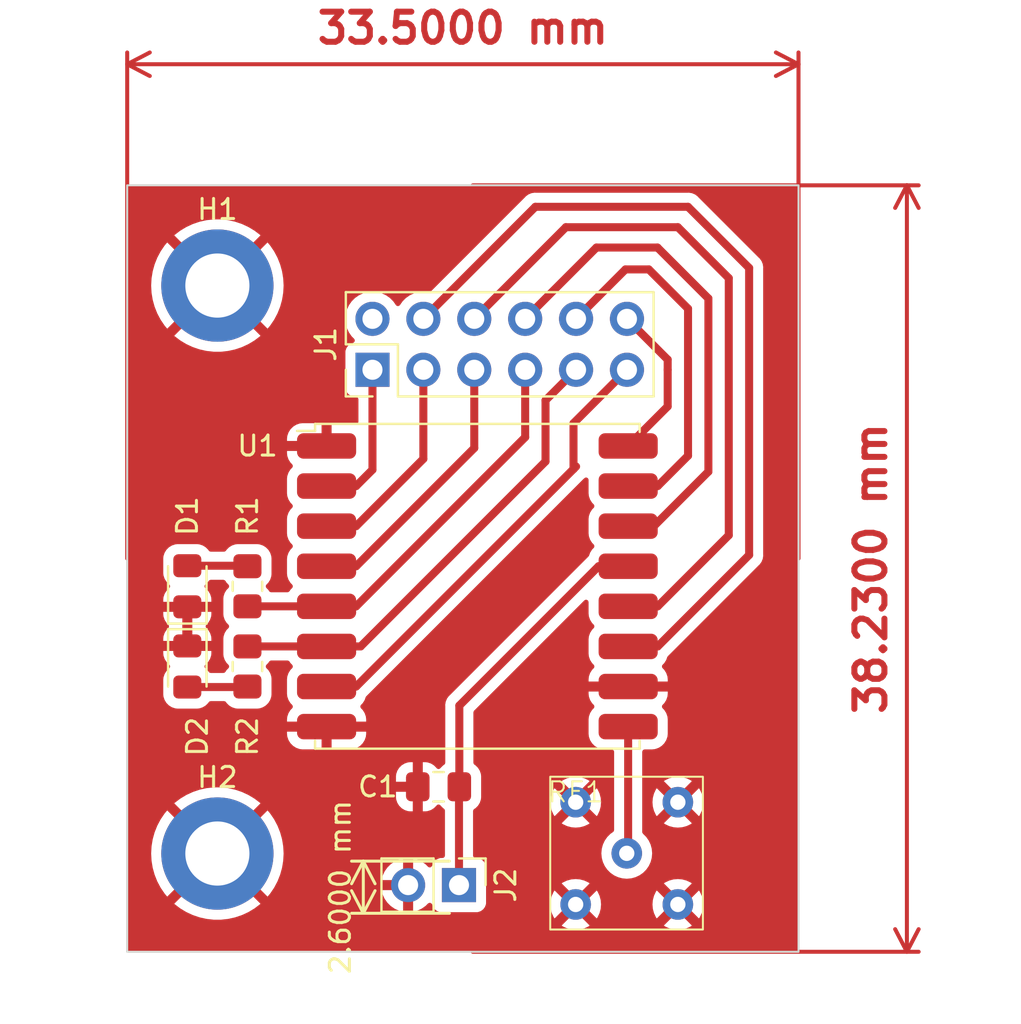
<source format=kicad_pcb>
(kicad_pcb (version 20221018) (generator pcbnew)
  (layers (0 "F.Cu" signal) (31 "B.Cu" signal) (34 "B.Paste" user) (35 "F.Paste" user) (36 "B.SilkS" user "B.Silkscreen") (37 "F.SilkS" user "F.Silkscreen") (38 "B.Mask" user) (39 "F.Mask" user) (44 "Edge.Cuts" user))
  (net 0 "")
  (net 1 "GND")
  (net 2 "+3V3")
  (net 3 "Net-(D1-A)")
  (net 4 "Net-(D2-A)")
  (net 5 "/LORA_MISO")
  (net 6 "/LORA_MOSI")
  (net 7 "/LORA_SCK")
  (net 8 "/LORA_CS")
  (net 9 "/LORA_RESET")
  (net 10 "/LORA_DIO0")
  (net 11 "/LORA_DIO5")
  (net 12 "/LORA_DIO4")
  (net 13 "/LORA_DIO3")
  (net 14 "/LORA_DIO2")
  (net 15 "/LORA_DIO1")
  (net 16 "Net-(U1-ANT)")
  (footprint "Adafruit_Sensors:LoRa-Antenn-Conn" (layer "F.Cu") (at 152.379934 97.769934)
    (fp_text reference "RF1" (at 0 -0.5 unlocked) (layer "F.SilkS") (effects (font (thickness 0.1))))
    (fp_text value "5-1814832-2")
    (fp_rect (start -1.27 -1.27) (end 6.35 6.35) (stroke (width 0.1)) (fill none) (layer "F.SilkS"))
    (pad "1" thru_hole circle (at 0 5.100066) (size 1.524 1.524) (drill 0.762) (layers "*.Cu" "*.Mask") (net 1 "GND"))
    (pad "2" thru_hole circle (at 0 0) (size 1.524 1.524) (drill 0.762) (layers "*.Cu" "*.Mask") (net 1 "GND"))
    (pad "3" thru_hole circle (at 5.100066 0) (size 1.524 1.524) (drill 0.762) (layers "*.Cu" "*.Mask") (net 1 "GND"))
    (pad "4" thru_hole circle (at 5.100066 5.100066) (size 1.524 1.524) (drill 0.762) (layers "*.Cu" "*.Mask") (net 1 "GND"))
    (pad "5" thru_hole circle (at 2.549906 2.549906) (size 1.524 1.524) (drill 0.762) (layers "*.Cu" "*.Mask") (net 16 "Net-(U1-ANT)"))
  )
  (footprint "Capacitor_SMD:C_0805_2012Metric_Pad1.18x1.45mm_HandSolder" (layer "F.Cu") (at 145.5375 97)
    (fp_text reference "C1" (at -3.0375 0) (layer "F.SilkS"))
    (fp_text value "10uF")
    (fp_line (start -0.261252 -0.735) (end 0.261252 -0.735) (stroke (width 0.12)) (layer "F.SilkS"))
    (fp_line (start -0.261252 0.735) (end 0.261252 0.735) (stroke (width 0.12)) (layer "F.SilkS"))
    (pad "1" smd roundrect (at -1.0375 0) (size 1.175 1.45) (layers "F.Cu" "F.Paste" "F.Mask") (roundrect_rratio 0.212766) (net 1 "GND"))
    (pad "2" smd roundrect (at 1.0375 0) (size 1.175 1.45) (layers "F.Cu" "F.Paste" "F.Mask") (roundrect_rratio 0.212766) (net 2 "+3V3"))
  )
  (footprint "Resistor_SMD:R_0805_2012Metric_Pad1.20x1.40mm_HandSolder" (layer "F.Cu") (at 136 91 90)
    (fp_text reference "R2" (at -3.5 0 90) (layer "F.SilkS"))
    (fp_text value "10kΩ 0402 50V")
    (fp_line (start -0.227064 -0.735) (end 0.227064 -0.735) (stroke (width 0.12)) (layer "F.SilkS"))
    (fp_line (start -0.227064 0.735) (end 0.227064 0.735) (stroke (width 0.12)) (layer "F.SilkS"))
    (pad "1" smd roundrect (at -1 0 90) (size 1.2 1.4) (layers "F.Cu" "F.Paste" "F.Mask") (roundrect_rratio 0.208333) (net 4 "Net-(D2-A)"))
    (pad "2" smd roundrect (at 1 0 90) (size 1.2 1.4) (layers "F.Cu" "F.Paste" "F.Mask") (roundrect_rratio 0.208333) (net 9 "/LORA_RESET"))
  )
  (footprint "MountingHole:MountingHole_3.2mm_M3_DIN965_Pad" (layer "F.Cu") (at 134.5 72)
    (fp_text reference "H1" (at 0 -3.8) (layer "F.SilkS"))
    (fp_text value "MountingHole_Pad")
    (pad "1" thru_hole circle (at 0 0) (size 5.6 5.6) (drill 3.2) (layers "*.Cu" "*.Mask") (net 1 "GND"))
  )
  (footprint "LED_SMD:LED_0805_2012Metric_Pad1.15x1.40mm_HandSolder" (layer "F.Cu") (at 133 91 -90)
    (fp_text reference "D2" (at 3.5 -0.5 90) (layer "F.SilkS"))
    (fp_text value "LED")
    (fp_line (start -1.86 -0.96) (end -1.86 0.96) (stroke (width 0.12)) (layer "F.SilkS"))
    (fp_line (start -1.86 0.96) (end 1 0.96) (stroke (width 0.12)) (layer "F.SilkS"))
    (fp_line (start 1 -0.96) (end -1.86 -0.96) (stroke (width 0.12)) (layer "F.SilkS"))
    (pad "1" smd roundrect (at -1.025 0 270) (size 1.15 1.4) (layers "F.Cu" "F.Paste" "F.Mask") (roundrect_rratio 0.217391) (net 1 "GND"))
    (pad "2" smd roundrect (at 1.025 0 270) (size 1.15 1.4) (layers "F.Cu" "F.Paste" "F.Mask") (roundrect_rratio 0.217391) (net 4 "Net-(D2-A)"))
  )
  (footprint "Connector_PinHeader_2.54mm:PinHeader_2x06_P2.54mm_Vertical" (layer "F.Cu") (at 142.24 76.2 90)
    (fp_text reference "J1" (at 1.27 -2.33 90) (layer "F.SilkS"))
    (fp_text value "Conn_02x06_Counter_Clockwise")
    (fp_line (start -1.33 -1.33) (end 0 -1.33) (stroke (width 0.12)) (layer "F.SilkS"))
    (fp_line (start -1.33 0) (end -1.33 -1.33) (stroke (width 0.12)) (layer "F.SilkS"))
    (fp_line (start -1.33 1.27) (end -1.33 14.03) (stroke (width 0.12)) (layer "F.SilkS"))
    (fp_line (start -1.33 1.27) (end 1.27 1.27) (stroke (width 0.12)) (layer "F.SilkS"))
    (fp_line (start -1.33 14.03) (end 3.87 14.03) (stroke (width 0.12)) (layer "F.SilkS"))
    (fp_line (start 1.27 -1.33) (end 3.87 -1.33) (stroke (width 0.12)) (layer "F.SilkS"))
    (fp_line (start 1.27 1.27) (end 1.27 -1.33) (stroke (width 0.12)) (layer "F.SilkS"))
    (fp_line (start 3.87 -1.33) (end 3.87 14.03) (stroke (width 0.12)) (layer "F.SilkS"))
    (pad "1" thru_hole rect (at 0 0 90) (size 1.7 1.7) (drill 1) (layers "*.Cu" "*.Mask") (net 5 "/LORA_MISO"))
    (pad "2" thru_hole oval (at 2.54 0 90) (size 1.7 1.7) (drill 1) (layers "*.Cu" "*.Mask"))
    (pad "3" thru_hole oval (at 0 2.54 90) (size 1.7 1.7) (drill 1) (layers "*.Cu" "*.Mask") (net 6 "/LORA_MOSI"))
    (pad "4" thru_hole oval (at 2.54 2.54 90) (size 1.7 1.7) (drill 1) (layers "*.Cu" "*.Mask") (net 13 "/LORA_DIO3"))
    (pad "5" thru_hole oval (at 0 5.08 90) (size 1.7 1.7) (drill 1) (layers "*.Cu" "*.Mask") (net 7 "/LORA_SCK"))
    (pad "6" thru_hole oval (at 2.54 5.08 90) (size 1.7 1.7) (drill 1) (layers "*.Cu" "*.Mask") (net 12 "/LORA_DIO4"))
    (pad "7" thru_hole oval (at 0 7.62 90) (size 1.7 1.7) (drill 1) (layers "*.Cu" "*.Mask") (net 8 "/LORA_CS"))
    (pad "8" thru_hole oval (at 2.54 7.62 90) (size 1.7 1.7) (drill 1) (layers "*.Cu" "*.Mask") (net 10 "/LORA_DIO0"))
    (pad "9" thru_hole oval (at 0 10.16 90) (size 1.7 1.7) (drill 1) (layers "*.Cu" "*.Mask") (net 9 "/LORA_RESET"))
    (pad "10" thru_hole oval (at 2.54 10.16 90) (size 1.7 1.7) (drill 1) (layers "*.Cu" "*.Mask") (net 15 "/LORA_DIO1"))
    (pad "11" thru_hole oval (at 0 12.7 90) (size 1.7 1.7) (drill 1) (layers "*.Cu" "*.Mask") (net 11 "/LORA_DIO5"))
    (pad "12" thru_hole oval (at 2.54 12.7 90) (size 1.7 1.7) (drill 1) (layers "*.Cu" "*.Mask") (net 14 "/LORA_DIO2"))
  )
  (footprint "LED_SMD:LED_0805_2012Metric_Pad1.15x1.40mm_HandSolder" (layer "F.Cu") (at 133 87 90)
    (fp_text reference "D1" (at 3.5 0 90) (layer "F.SilkS"))
    (fp_text value "LED")
    (fp_line (start -1.86 -0.96) (end -1.86 0.96) (stroke (width 0.12)) (layer "F.SilkS"))
    (fp_line (start -1.86 0.96) (end 1 0.96) (stroke (width 0.12)) (layer "F.SilkS"))
    (fp_line (start 1 -0.96) (end -1.86 -0.96) (stroke (width 0.12)) (layer "F.SilkS"))
    (pad "1" smd roundrect (at -1.025 0 90) (size 1.15 1.4) (layers "F.Cu" "F.Paste" "F.Mask") (roundrect_rratio 0.217391) (net 1 "GND"))
    (pad "2" smd roundrect (at 1.025 0 90) (size 1.15 1.4) (layers "F.Cu" "F.Paste" "F.Mask") (roundrect_rratio 0.217391) (net 3 "Net-(D1-A)"))
  )
  (footprint "Connector_PinHeader_2.54mm:PinHeader_1x02_P2.54mm_Vertical" (layer "F.Cu") (at 146.558 101.9048 -90)
    (fp_text reference "J2" (at 0 -2.33 90) (layer "F.SilkS"))
    (fp_text value "Conn_01x02_Pin")
    (fp_line (start -1.33 -1.33) (end 0 -1.33) (stroke (width 0.12)) (layer "F.SilkS"))
    (fp_line (start -1.33 0) (end -1.33 -1.33) (stroke (width 0.12)) (layer "F.SilkS"))
    (fp_line (start -1.33 1.27) (end -1.33 3.87) (stroke (width 0.12)) (layer "F.SilkS"))
    (fp_line (start -1.33 1.27) (end 1.33 1.27) (stroke (width 0.12)) (layer "F.SilkS"))
    (fp_line (start -1.33 3.87) (end 1.33 3.87) (stroke (width 0.12)) (layer "F.SilkS"))
    (fp_line (start 1.33 1.27) (end 1.33 3.87) (stroke (width 0.12)) (layer "F.SilkS"))
    (pad "1" thru_hole rect (at 0 0 270) (size 1.7 1.7) (drill 1) (layers "*.Cu" "*.Mask") (net 2 "+3V3"))
    (pad "2" thru_hole oval (at 0 2.54 270) (size 1.7 1.7) (drill 1) (layers "*.Cu" "*.Mask") (net 1 "GND"))
  )
  (footprint "RF_Module:HOPERF_RFM9XW_SMD" (layer "F.Cu") (at 147.475 87)
    (fp_text reference "U1" (at -10.975 -7) (layer "F.SilkS"))
    (fp_text value "RFM95W-868S2")
    (fp_line (start -8.1 -8.1) (end -8.1 -7.75) (stroke (width 0.12)) (layer "F.SilkS"))
    (fp_line (start -8.1 -8.1) (end 8.1 -8.1) (stroke (width 0.12)) (layer "F.SilkS"))
    (fp_line (start -8.1 -7.75) (end -9 -7.75) (stroke (width 0.12)) (layer "F.SilkS"))
    (fp_line (start -8.1 7.7) (end -8.1 8.1) (stroke (width 0.12)) (layer "F.SilkS"))
    (fp_line (start -8.1 8.1) (end 8.1 8.1) (stroke (width 0.12)) (layer "F.SilkS"))
    (fp_line (start 8.1 -8.1) (end 8.1 -7.7) (stroke (width 0.12)) (layer "F.SilkS"))
    (fp_line (start 8.1 8.1) (end 8.1 7.7) (stroke (width 0.12)) (layer "F.SilkS"))
    (pad "1" smd roundrect (at -7.525 -7) (size 2.95 1.27) (layers "F.Cu" "F.Paste" "F.Mask") (net 1 "GND"))
    (pad "2" smd roundrect (at -7.525 -5) (size 2.95 1.27) (layers "F.Cu" "F.Paste" "F.Mask") (net 5 "/LORA_MISO"))
    (pad "3" smd roundrect (at -7.525 -3) (size 2.95 1.27) (layers "F.Cu" "F.Paste" "F.Mask") (net 6 "/LORA_MOSI"))
    (pad "4" smd roundrect (at -7.525 -1) (size 2.95 1.27) (layers "F.Cu" "F.Paste" "F.Mask") (net 7 "/LORA_SCK"))
    (pad "5" smd roundrect (at -7.525 1) (size 2.95 1.27) (layers "F.Cu" "F.Paste" "F.Mask") (net 8 "/LORA_CS"))
    (pad "6" smd roundrect (at -7.525 3) (size 2.95 1.27) (layers "F.Cu" "F.Paste" "F.Mask") (net 9 "/LORA_RESET"))
    (pad "7" smd roundrect (at -7.525 5) (size 2.95 1.27) (layers "F.Cu" "F.Paste" "F.Mask") (net 11 "/LORA_DIO5"))
    (pad "8" smd roundrect (at -7.525 7) (size 2.95 1.27) (layers "F.Cu" "F.Paste" "F.Mask") (net 1 "GND"))
    (pad "9" smd roundrect (at 7.525 7) (size 2.95 1.27) (layers "F.Cu" "F.Paste" "F.Mask") (net 16 "Net-(U1-ANT)"))
    (pad "10" smd roundrect (at 7.525 5) (size 2.95 1.27) (layers "F.Cu" "F.Paste" "F.Mask") (net 1 "GND"))
    (pad "11" smd roundrect (at 7.525 3) (size 2.95 1.27) (layers "F.Cu" "F.Paste" "F.Mask") (net 13 "/LORA_DIO3"))
    (pad "12" smd roundrect (at 7.525 1) (size 2.95 1.27) (layers "F.Cu" "F.Paste" "F.Mask") (net 12 "/LORA_DIO4"))
    (pad "13" smd roundrect (at 7.525 -1) (size 2.95 1.27) (layers "F.Cu" "F.Paste" "F.Mask") (net 2 "+3V3"))
    (pad "14" smd roundrect (at 7.525 -3) (size 2.95 1.27) (layers "F.Cu" "F.Paste" "F.Mask") (net 10 "/LORA_DIO0"))
    (pad "15" smd roundrect (at 7.525 -5) (size 2.95 1.27) (layers "F.Cu" "F.Paste" "F.Mask") (net 15 "/LORA_DIO1"))
    (pad "16" smd roundrect (at 7.525 -7) (size 2.95 1.27) (layers "F.Cu" "F.Paste" "F.Mask") (net 14 "/LORA_DIO2"))
  )
  (footprint "MountingHole:MountingHole_3.2mm_M3_DIN965_Pad" (layer "F.Cu") (at 134.5 100.33)
    (fp_text reference "H2" (at 0 -3.8) (layer "F.SilkS"))
    (fp_text value "MountingHole_Pad")
    (pad "1" thru_hole circle (at 0 0) (size 5.6 5.6) (drill 3.2) (layers "*.Cu" "*.Mask") (net 1 "GND"))
  )
  (footprint "Resistor_SMD:R_0805_2012Metric_Pad1.20x1.40mm_HandSolder" (layer "F.Cu") (at 136 87 -90)
    (fp_text reference "R1" (at -3.5 0 90) (layer "F.SilkS"))
    (fp_text value "10kΩ 0402 50V")
    (fp_line (start -0.227064 -0.735) (end 0.227064 -0.735) (stroke (width 0.12)) (layer "F.SilkS"))
    (fp_line (start -0.227064 0.735) (end 0.227064 0.735) (stroke (width 0.12)) (layer "F.SilkS"))
    (pad "1" smd roundrect (at -1 0 270) (size 1.2 1.4) (layers "F.Cu" "F.Paste" "F.Mask") (roundrect_rratio 0.208333) (net 3 "Net-(D1-A)"))
    (pad "2" smd roundrect (at 1 0 270) (size 1.2 1.4) (layers "F.Cu" "F.Paste" "F.Mask") (roundrect_rratio 0.208333) (net 8 "/LORA_CS"))
  )
  (gr_rect (start 130 67) (end 163.5 105.23) (stroke (width 0.1)) (fill none) (layer "Edge.Cuts"))
  (dimension (type aligned) (layer "F.Cu") (pts (xy 163.5 86.115) (xy 130 86.115)) (height 25.155) (gr_text "33.5000 mm" (at 146.75 59.16) (layer "F.Cu") (effects (font (size 1.5 1.5) (thickness 0.3)))) (format (prefix "") (suffix "") (units 3) (units_format 1) (precision 4)) (style (thickness 0.2) (arrow_length 1.27) (text_position_mode 0) (extension_height 0.58642) (extension_offset 0.5) keep_text_aligned))
  (dimension (type aligned) (layer "F.Cu") (pts (xy 146.75 67) (xy 146.75 105.23)) (height -22.16) (gr_text "38.2300 mm" (at 167.11 86.115 90) (layer "F.Cu") (effects (font (size 1.5 1.5) (thickness 0.3)))) (format (prefix "") (suffix "") (units 3) (units_format 1) (precision 4)) (style (thickness 0.2) (arrow_length 1.27) (text_position_mode 0) (extension_height 0.58642) (extension_offset 0.5) keep_text_aligned))
  (dimension (type aligned) (layer "F.SilkS") (pts (xy 146.5775 103.31) (xy 146.5775 100.71)) (height -4.7947) (gr_text "2.6000 mm" (at 140.6328 102.01 90) (layer "F.SilkS") (effects (font (size 1 1) (thickness 0.15)))) (format (prefix "") (suffix "") (units 3) (units_format 1) (precision 4)) (style (thickness 0.15) (arrow_length 1.27) (text_position_mode 0) (extension_height 0.58642) (extension_offset 0.5) keep_text_aligned))
  (segment (start 153.525 86) (end 155 86) (width 0.4) (layer "F.Cu") (net 2))
  (segment (start 146.558 101.9048) (end 146.558 97.017) (width 0.4) (layer "F.Cu") (net 2))
  (segment (start 146.558 97.017) (end 146.575 97) (width 0.4) (layer "F.Cu") (net 2))
  (segment (start 146.575 97) (end 146.575 92.95) (width 0.4) (layer "F.Cu") (net 2))
  (segment (start 146.575 92.95) (end 153.525 86) (width 0.4) (layer "F.Cu") (net 2))
  (segment (start 133 85.975) (end 135.975 85.975) (width 0.4) (layer "F.Cu") (net 3))
  (segment (start 135.975 85.975) (end 136 86) (width 0.4) (layer "F.Cu") (net 3))
  (segment (start 133 92.025) (end 135.975 92.025) (width 0.4) (layer "F.Cu") (net 4))
  (segment (start 135.975 92.025) (end 136 92) (width 0.4) (layer "F.Cu") (net 4))
  (segment (start 141.425 82) (end 142.24 81.185) (width 0.4) (layer "F.Cu") (net 5))
  (segment (start 142.24 81.185) (end 142.24 76.2) (width 0.4) (layer "F.Cu") (net 5))
  (segment (start 139.95 82) (end 141.425 82) (width 0.4) (layer "F.Cu") (net 5))
  (segment (start 144.78 80.645) (end 144.78 76.2) (width 0.4) (layer "F.Cu") (net 6))
  (segment (start 139.95 84) (end 141.425 84) (width 0.4) (layer "F.Cu") (net 6))
  (segment (start 141.425 84) (end 144.78 80.645) (width 0.4) (layer "F.Cu") (net 6))
  (segment (start 141.425 86) (end 147.32 80.105) (width 0.4) (layer "F.Cu") (net 7))
  (segment (start 139.95 86) (end 141.425 86) (width 0.4) (layer "F.Cu") (net 7))
  (segment (start 147.32 80.105) (end 147.32 76.2) (width 0.4) (layer "F.Cu") (net 7))
  (segment (start 149.86 79.565) (end 141.425 88) (width 0.4) (layer "F.Cu") (net 8))
  (segment (start 136 88) (end 139.95 88) (width 0.4) (layer "F.Cu") (net 8))
  (segment (start 149.86 79.565) (end 149.86 76.2) (width 0.4) (layer "F.Cu") (net 8))
  (segment (start 141.425 88) (end 139.95 88) (width 0.4) (layer "F.Cu") (net 8))
  (segment (start 150.876 80.772) (end 141.648 90) (width 0.4) (layer "F.Cu") (net 9))
  (segment (start 136 90) (end 139.95 90) (width 0.4) (layer "F.Cu") (net 9))
  (segment (start 141.648 90) (end 139.95 90) (width 0.4) (layer "F.Cu") (net 9))
  (segment (start 150.876 77.724) (end 152.4 76.2) (width 0.4) (layer "F.Cu") (net 9))
  (segment (start 150.876 80.772) (end 150.876 77.724) (width 0.4) (layer "F.Cu") (net 9))
  (segment (start 159.004 81.28) (end 156.284 84) (width 0.4) (layer "F.Cu") (net 10))
  (segment (start 156.464 70.104) (end 159.004 72.644) (width 0.4) (layer "F.Cu") (net 10))
  (segment (start 159.004 72.644) (end 159.004 81.28) (width 0.4) (layer "F.Cu") (net 10))
  (segment (start 149.86 73.66) (end 153.416 70.104) (width 0.4) (layer "F.Cu") (net 10))
  (segment (start 156.284 84) (end 155 84) (width 0.4) (layer "F.Cu") (net 10))
  (segment (start 153.416 70.104) (end 156.464 70.104) (width 0.4) (layer "F.Cu") (net 10))
  (segment (start 152.4 81.025) (end 152.2725 81.1525) (width 0.4) (layer "F.Cu") (net 11))
  (segment (start 152.2725 81.1525) (end 152.2725 78.8675) (width 0.4) (layer "F.Cu") (net 11))
  (segment (start 152.2725 78.8675) (end 154.94 76.2) (width 0.4) (layer "F.Cu") (net 11))
  (segment (start 152.2725 81.1525) (end 141.425 92) (width 0.4) (layer "F.Cu") (net 11))
  (segment (start 141.425 92) (end 139.95 92) (width 0.4) (layer "F.Cu") (net 11))
  (segment (start 155 88) (end 156.475 88) (width 0.4) (layer "F.Cu") (net 12))
  (segment (start 147.32 73.66) (end 151.892 69.088) (width 0.4) (layer "F.Cu") (net 12))
  (segment (start 160.02 84.455) (end 160.02 71.628) (width 0.4) (layer "F.Cu") (net 12))
  (segment (start 151.892 69.088) (end 157.48 69.088) (width 0.4) (layer "F.Cu") (net 12))
  (segment (start 160.02 71.628) (end 157.48 69.088) (width 0.4) (layer "F.Cu") (net 12))
  (segment (start 156.475 88) (end 160.02 84.455) (width 0.4) (layer "F.Cu") (net 12))
  (segment (start 156.475 90) (end 155 90) (width 0.4) (layer "F.Cu") (net 13))
  (segment (start 161.036 71.12) (end 161.036 85.439) (width 0.4) (layer "F.Cu") (net 13))
  (segment (start 144.78 73.66) (end 150.368 68.072) (width 0.4) (layer "F.Cu") (net 13))
  (segment (start 157.988 68.072) (end 161.036 71.12) (width 0.4) (layer "F.Cu") (net 13))
  (segment (start 161.036 85.439) (end 156.475 90) (width 0.4) (layer "F.Cu") (net 13))
  (segment (start 150.368 68.072) (end 157.988 68.072) (width 0.4) (layer "F.Cu") (net 13))
  (segment (start 156.972 75.692) (end 154.94 73.66) (width 0.4) (layer "F.Cu") (net 14))
  (segment (start 156.972 78.028) (end 156.972 76.2) (width 0.4) (layer "F.Cu") (net 14))
  (segment (start 155 80) (end 156.972 78.028) (width 0.4) (layer "F.Cu") (net 14))
  (segment (start 156.972 76.2) (end 156.972 75.692) (width 0.4) (layer "F.Cu") (net 14))
  (segment (start 156.475 82) (end 157.988 80.487) (width 0.4) (layer "F.Cu") (net 15))
  (segment (start 154.865 71.195) (end 152.4 73.66) (width 0.4) (layer "F.Cu") (net 15))
  (segment (start 157.988 80.487) (end 157.988 73.152) (width 0.4) (layer "F.Cu") (net 15))
  (segment (start 155 82) (end 156.475 82) (width 0.4) (layer "F.Cu") (net 15))
  (segment (start 157.988 73.152) (end 156.031 71.195) (width 0.4) (layer "F.Cu") (net 15))
  (segment (start 156.031 71.195) (end 154.865 71.195) (width 0.4) (layer "F.Cu") (net 15))
  (segment (start 155 94) (end 155 100.42) (width 0.4) (layer "F.Cu") (net 16))
  (segment (start 155 100.42) (end 154.96 100.46) (width 0.4) (layer "F.Cu") (net 16))
  (zone (net 1) (net_name "GND") (layer "F.Cu") (connect_pads (clearance 0.5)) (min_thickness 0.25) (fill yes (thermal_gap 0.5) (thermal_bridge_width 0.5))
    (polygon (pts (xy 130 67) (xy 163.5 67) (xy 163.5 105.23) (xy 130 105.23)))
  )
)
</source>
